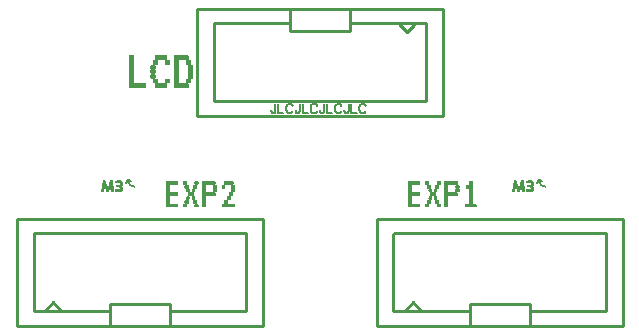
<source format=gto>
G04 Layer: TopSilkLayer*
G04 EasyEDA v6.3.53, 2020-06-10T14:59:09+08:00*
G04 3b83d2e84b6f494eacd4771d3d7b0d36,fed530592efb474aaabf7115e2e2b964,10*
G04 Gerber Generator version 0.2*
G04 Scale: 100 percent, Rotated: No, Reflected: No *
G04 Dimensions in millimeters *
G04 leading zeros omitted , absolute positions ,3 integer and 3 decimal *
%FSLAX33Y33*%
%MOMM*%
G90*
G71D02*

%ADD10C,0.254000*%
%ADD16C,0.200000*%
%ADD17C,0.203200*%

%LPD*%
G54D16*
G01X43040Y11344D02*
G01X42860Y11104D01*
G01X43040Y11344D02*
G01X43320Y11244D01*
G01X8240Y11344D02*
G01X8060Y11104D01*
G01X8240Y11344D02*
G01X8520Y11244D01*
G54D10*
G01X32479Y24494D02*
G01X31844Y23859D01*
G01X31158Y24545D01*
G01X31158Y24571D01*
G01X33512Y18017D02*
G01X15495Y18017D01*
G01X34890Y25815D02*
G01X14092Y25815D01*
G01X33520Y24596D02*
G01X33520Y18026D01*
G01X34943Y25798D02*
G01X34943Y16798D01*
G01X34915Y16798D02*
G01X14092Y16798D01*
G01X15495Y18026D02*
G01X15495Y24596D01*
G01X14092Y16798D02*
G01X14092Y25798D01*
G01X15495Y24596D02*
G01X19423Y24596D01*
G01X27033Y25815D02*
G01X27033Y23986D01*
G01X21963Y23986D01*
G01X21963Y25815D01*
G01X19423Y24596D02*
G01X21963Y24596D01*
G01X33520Y24596D02*
G01X27033Y24596D01*
G01X31768Y340D02*
G01X32403Y975D01*
G01X33089Y289D01*
G01X33089Y263D01*
G01X30735Y6817D02*
G01X48751Y6817D01*
G01X29357Y-980D02*
G01X50154Y-980D01*
G01X30726Y238D02*
G01X30726Y6808D01*
G01X29304Y-963D02*
G01X29304Y8036D01*
G01X29332Y8036D02*
G01X50154Y8036D01*
G01X48751Y6808D02*
G01X48751Y238D01*
G01X50155Y8036D02*
G01X50154Y-963D01*
G01X48751Y238D02*
G01X44823Y238D01*
G01X37214Y-980D02*
G01X37214Y848D01*
G01X42283Y848D01*
G01X42283Y-980D01*
G01X44823Y238D02*
G01X42283Y238D01*
G01X30726Y238D02*
G01X37214Y238D01*
G01X1298Y340D02*
G01X1933Y975D01*
G01X2619Y289D01*
G01X2619Y263D01*
G01X265Y6817D02*
G01X18282Y6817D01*
G01X-1112Y-980D02*
G01X19685Y-980D01*
G01X256Y238D02*
G01X256Y6808D01*
G01X-1165Y-963D02*
G01X-1165Y8036D01*
G01X-1137Y8036D02*
G01X19685Y8036D01*
G01X18282Y6808D02*
G01X18282Y238D01*
G01X19685Y8036D02*
G01X19685Y-963D01*
G01X18282Y238D02*
G01X14353Y238D01*
G01X6744Y-980D02*
G01X6744Y848D01*
G01X11813Y848D01*
G01X11813Y-980D01*
G01X14353Y238D02*
G01X11813Y238D01*
G01X256Y238D02*
G01X6744Y238D01*

%LPD*%
G36*
G01X6335Y11309D02*
G01X6099Y11309D01*
G01X5984Y10343D01*
G01X6228Y10343D01*
G01X6289Y10854D01*
G01X6414Y10343D01*
G01X6650Y10343D01*
G01X6777Y10864D01*
G01X6840Y10343D01*
G01X7084Y10343D01*
G01X6967Y11309D01*
G01X6734Y11309D01*
G01X6535Y10630D01*
G01X6335Y11309D01*
G37*

%LPD*%
G36*
G01X7554Y11316D02*
G01X7511Y11317D01*
G01X7467Y11316D01*
G01X7423Y11313D01*
G01X7379Y11309D01*
G01X7333Y11304D01*
G01X7286Y11297D01*
G01X7237Y11289D01*
G01X7186Y11281D01*
G01X7186Y11077D01*
G01X7484Y11077D01*
G01X7510Y11074D01*
G01X7531Y11069D01*
G01X7546Y11062D01*
G01X7559Y11054D01*
G01X7568Y11041D01*
G01X7573Y11027D01*
G01X7574Y11009D01*
G01X7574Y10996D01*
G01X7573Y10983D01*
G01X7568Y10972D01*
G01X7560Y10963D01*
G01X7549Y10956D01*
G01X7536Y10950D01*
G01X7518Y10945D01*
G01X7498Y10942D01*
G01X7473Y10940D01*
G01X7252Y10925D01*
G01X7252Y10732D01*
G01X7483Y10719D01*
G01X7528Y10714D01*
G01X7559Y10702D01*
G01X7578Y10681D01*
G01X7584Y10653D01*
G01X7584Y10628D01*
G01X7583Y10614D01*
G01X7578Y10602D01*
G01X7569Y10592D01*
G01X7557Y10585D01*
G01X7541Y10581D01*
G01X7519Y10577D01*
G01X7491Y10576D01*
G01X7457Y10575D01*
G01X7173Y10575D01*
G01X7173Y10371D01*
G01X7263Y10356D01*
G01X7357Y10345D01*
G01X7454Y10338D01*
G01X7557Y10336D01*
G01X7619Y10340D01*
G01X7674Y10352D01*
G01X7722Y10372D01*
G01X7762Y10399D01*
G01X7795Y10435D01*
G01X7818Y10476D01*
G01X7831Y10525D01*
G01X7836Y10580D01*
G01X7836Y10615D01*
G01X7834Y10654D01*
G01X7828Y10690D01*
G01X7819Y10723D01*
G01X7805Y10752D01*
G01X7789Y10778D01*
G01X7767Y10800D01*
G01X7743Y10816D01*
G01X7714Y10829D01*
G01X7741Y10840D01*
G01X7764Y10855D01*
G01X7783Y10872D01*
G01X7798Y10892D01*
G01X7809Y10916D01*
G01X7817Y10944D01*
G01X7822Y10974D01*
G01X7823Y11006D01*
G01X7823Y11072D01*
G01X7819Y11130D01*
G01X7805Y11179D01*
G01X7784Y11221D01*
G01X7752Y11255D01*
G01X7714Y11281D01*
G01X7668Y11300D01*
G01X7615Y11312D01*
G01X7554Y11316D01*
G37*

%LPD*%

%LPD*%
G36*
G01X41135Y11309D02*
G01X40899Y11309D01*
G01X40784Y10343D01*
G01X41028Y10343D01*
G01X41089Y10854D01*
G01X41214Y10343D01*
G01X41450Y10343D01*
G01X41577Y10864D01*
G01X41640Y10343D01*
G01X41884Y10343D01*
G01X41767Y11309D01*
G01X41534Y11309D01*
G01X41335Y10630D01*
G01X41135Y11309D01*
G37*

%LPD*%
G36*
G01X42354Y11316D02*
G01X42311Y11317D01*
G01X42267Y11316D01*
G01X42223Y11313D01*
G01X42179Y11309D01*
G01X42134Y11304D01*
G01X42086Y11297D01*
G01X42037Y11289D01*
G01X41986Y11281D01*
G01X41986Y11077D01*
G01X42284Y11077D01*
G01X42310Y11074D01*
G01X42331Y11069D01*
G01X42346Y11062D01*
G01X42359Y11054D01*
G01X42368Y11041D01*
G01X42373Y11027D01*
G01X42374Y11009D01*
G01X42374Y10996D01*
G01X42373Y10983D01*
G01X42368Y10972D01*
G01X42360Y10963D01*
G01X42349Y10956D01*
G01X42336Y10950D01*
G01X42318Y10945D01*
G01X42298Y10942D01*
G01X42273Y10940D01*
G01X42052Y10925D01*
G01X42052Y10732D01*
G01X42283Y10719D01*
G01X42328Y10714D01*
G01X42359Y10702D01*
G01X42378Y10681D01*
G01X42384Y10653D01*
G01X42384Y10628D01*
G01X42383Y10614D01*
G01X42378Y10602D01*
G01X42369Y10592D01*
G01X42357Y10585D01*
G01X42341Y10581D01*
G01X42319Y10577D01*
G01X42292Y10576D01*
G01X42257Y10575D01*
G01X41973Y10575D01*
G01X41973Y10371D01*
G01X42063Y10356D01*
G01X42157Y10345D01*
G01X42254Y10338D01*
G01X42357Y10336D01*
G01X42419Y10340D01*
G01X42474Y10352D01*
G01X42522Y10372D01*
G01X42562Y10399D01*
G01X42595Y10435D01*
G01X42618Y10476D01*
G01X42631Y10525D01*
G01X42636Y10580D01*
G01X42636Y10615D01*
G01X42634Y10654D01*
G01X42628Y10690D01*
G01X42619Y10723D01*
G01X42605Y10752D01*
G01X42589Y10778D01*
G01X42567Y10800D01*
G01X42543Y10816D01*
G01X42514Y10829D01*
G01X42541Y10840D01*
G01X42564Y10855D01*
G01X42583Y10872D01*
G01X42598Y10892D01*
G01X42609Y10916D01*
G01X42617Y10944D01*
G01X42622Y10974D01*
G01X42623Y11006D01*
G01X42623Y11072D01*
G01X42619Y11130D01*
G01X42605Y11179D01*
G01X42584Y11221D01*
G01X42552Y11255D01*
G01X42514Y11281D01*
G01X42468Y11300D01*
G01X42415Y11312D01*
G01X42354Y11316D01*
G37*

%LPD*%
G54D17*
G01X20738Y17771D02*
G01X20738Y17189D01*
G01X20700Y17080D01*
G01X20664Y17044D01*
G01X20591Y17009D01*
G01X20520Y17009D01*
G01X20446Y17044D01*
G01X20410Y17080D01*
G01X20375Y17189D01*
G01X20375Y17263D01*
G01X20977Y17771D02*
G01X20977Y17009D01*
G01X20977Y17009D02*
G01X21414Y17009D01*
G01X22199Y17590D02*
G01X22163Y17661D01*
G01X22089Y17735D01*
G01X22018Y17771D01*
G01X21871Y17771D01*
G01X21800Y17735D01*
G01X21726Y17661D01*
G01X21691Y17590D01*
G01X21653Y17481D01*
G01X21653Y17298D01*
G01X21691Y17189D01*
G01X21726Y17118D01*
G01X21800Y17044D01*
G01X21871Y17009D01*
G01X22018Y17009D01*
G01X22089Y17044D01*
G01X22163Y17118D01*
G01X22199Y17189D01*
G01X22803Y17771D02*
G01X22803Y17189D01*
G01X22768Y17080D01*
G01X22729Y17044D01*
G01X22658Y17009D01*
G01X22585Y17009D01*
G01X22511Y17044D01*
G01X22475Y17080D01*
G01X22440Y17189D01*
G01X22440Y17263D01*
G01X23042Y17771D02*
G01X23042Y17009D01*
G01X23042Y17009D02*
G01X23479Y17009D01*
G01X24264Y17590D02*
G01X24228Y17661D01*
G01X24154Y17735D01*
G01X24083Y17771D01*
G01X23939Y17771D01*
G01X23865Y17735D01*
G01X23791Y17661D01*
G01X23756Y17590D01*
G01X23720Y17481D01*
G01X23720Y17298D01*
G01X23756Y17189D01*
G01X23791Y17118D01*
G01X23865Y17044D01*
G01X23939Y17009D01*
G01X24083Y17009D01*
G01X24154Y17044D01*
G01X24228Y17118D01*
G01X24264Y17189D01*
G01X24868Y17771D02*
G01X24868Y17189D01*
G01X24833Y17080D01*
G01X24794Y17044D01*
G01X24723Y17009D01*
G01X24650Y17009D01*
G01X24576Y17044D01*
G01X24540Y17080D01*
G01X24505Y17189D01*
G01X24505Y17263D01*
G01X25107Y17771D02*
G01X25107Y17009D01*
G01X25107Y17009D02*
G01X25544Y17009D01*
G01X26331Y17590D02*
G01X26293Y17661D01*
G01X26222Y17735D01*
G01X26148Y17771D01*
G01X26004Y17771D01*
G01X25930Y17735D01*
G01X25856Y17661D01*
G01X25821Y17590D01*
G01X25785Y17481D01*
G01X25785Y17298D01*
G01X25821Y17189D01*
G01X25856Y17118D01*
G01X25930Y17044D01*
G01X26004Y17009D01*
G01X26148Y17009D01*
G01X26222Y17044D01*
G01X26293Y17118D01*
G01X26331Y17189D01*
G01X26933Y17771D02*
G01X26933Y17189D01*
G01X26898Y17080D01*
G01X26862Y17044D01*
G01X26788Y17009D01*
G01X26715Y17009D01*
G01X26644Y17044D01*
G01X26606Y17080D01*
G01X26570Y17189D01*
G01X26570Y17263D01*
G01X27174Y17771D02*
G01X27174Y17009D01*
G01X27174Y17009D02*
G01X27609Y17009D01*
G01X28396Y17590D02*
G01X28358Y17661D01*
G01X28287Y17735D01*
G01X28213Y17771D01*
G01X28069Y17771D01*
G01X27995Y17735D01*
G01X27924Y17661D01*
G01X27886Y17590D01*
G01X27850Y17481D01*
G01X27850Y17298D01*
G01X27886Y17189D01*
G01X27924Y17118D01*
G01X27995Y17044D01*
G01X28069Y17009D01*
G01X28213Y17009D01*
G01X28287Y17044D01*
G01X28358Y17118D01*
G01X28396Y17189D01*

%LPD*%
G36*
G01X37433Y11255D02*
G01X37113Y11255D01*
G01X37106Y11221D01*
G01X37102Y11183D01*
G01X37099Y11141D01*
G01X37098Y11095D01*
G01X37099Y11051D01*
G01X37102Y11009D01*
G01X37106Y10971D01*
G01X37113Y10935D01*
G01X36874Y10935D01*
G01X36867Y10901D01*
G01X36861Y10863D01*
G01X36858Y10821D01*
G01X36856Y10775D01*
G01X36858Y10730D01*
G01X36861Y10689D01*
G01X36867Y10651D01*
G01X36874Y10615D01*
G01X37113Y10615D01*
G01X37106Y10581D01*
G01X37102Y10543D01*
G01X37099Y10501D01*
G01X37098Y10455D01*
G01X37099Y10410D01*
G01X37102Y10369D01*
G01X37106Y10331D01*
G01X37113Y10295D01*
G01X37106Y10261D01*
G01X37102Y10223D01*
G01X37099Y10181D01*
G01X37098Y10135D01*
G01X37099Y10090D01*
G01X37102Y10049D01*
G01X37106Y10011D01*
G01X37113Y9975D01*
G01X37106Y9941D01*
G01X37102Y9903D01*
G01X37099Y9861D01*
G01X37098Y9815D01*
G01X37099Y9770D01*
G01X37102Y9729D01*
G01X37106Y9691D01*
G01X37113Y9655D01*
G01X37106Y9621D01*
G01X37102Y9583D01*
G01X37099Y9541D01*
G01X37098Y9495D01*
G01X37099Y9450D01*
G01X37102Y9409D01*
G01X37106Y9371D01*
G01X37113Y9335D01*
G01X36793Y9335D01*
G01X36786Y9301D01*
G01X36782Y9263D01*
G01X36779Y9221D01*
G01X36778Y9175D01*
G01X36779Y9130D01*
G01X36782Y9089D01*
G01X36786Y9051D01*
G01X36793Y9015D01*
G01X37753Y9015D01*
G01X37760Y9051D01*
G01X37765Y9089D01*
G01X37768Y9130D01*
G01X37768Y9221D01*
G01X37765Y9263D01*
G01X37760Y9301D01*
G01X37753Y9335D01*
G01X37433Y9335D01*
G01X37440Y9371D01*
G01X37445Y9409D01*
G01X37448Y9450D01*
G01X37448Y9541D01*
G01X37445Y9583D01*
G01X37440Y9621D01*
G01X37433Y9655D01*
G01X37440Y9691D01*
G01X37445Y9729D01*
G01X37448Y9770D01*
G01X37448Y9861D01*
G01X37445Y9903D01*
G01X37440Y9941D01*
G01X37433Y9975D01*
G01X37440Y10011D01*
G01X37445Y10049D01*
G01X37448Y10090D01*
G01X37448Y10181D01*
G01X37445Y10223D01*
G01X37440Y10261D01*
G01X37433Y10295D01*
G01X37440Y10331D01*
G01X37445Y10369D01*
G01X37448Y10410D01*
G01X37448Y10501D01*
G01X37445Y10543D01*
G01X37440Y10581D01*
G01X37433Y10615D01*
G01X37440Y10651D01*
G01X37445Y10689D01*
G01X37448Y10730D01*
G01X37448Y10821D01*
G01X37445Y10863D01*
G01X37440Y10901D01*
G01X37433Y10935D01*
G01X37440Y10971D01*
G01X37445Y11009D01*
G01X37448Y11051D01*
G01X37448Y11141D01*
G01X37445Y11183D01*
G01X37440Y11221D01*
G01X37433Y11255D01*
G37*

%LPD*%
G36*
G01X36153Y11255D02*
G01X35033Y11255D01*
G01X35026Y11221D01*
G01X35022Y11183D01*
G01X35018Y11141D01*
G01X35017Y11095D01*
G01X35018Y11051D01*
G01X35022Y11009D01*
G01X35026Y10971D01*
G01X35033Y10935D01*
G01X35026Y10901D01*
G01X35022Y10863D01*
G01X35018Y10821D01*
G01X35017Y10775D01*
G01X35018Y10730D01*
G01X35022Y10689D01*
G01X35026Y10651D01*
G01X35033Y10615D01*
G01X35026Y10581D01*
G01X35022Y10543D01*
G01X35018Y10501D01*
G01X35017Y10455D01*
G01X35018Y10410D01*
G01X35022Y10369D01*
G01X35026Y10331D01*
G01X35033Y10295D01*
G01X35026Y10261D01*
G01X35022Y10223D01*
G01X35018Y10181D01*
G01X35017Y10135D01*
G01X35018Y10090D01*
G01X35022Y10049D01*
G01X35026Y10011D01*
G01X35033Y9975D01*
G01X35026Y9941D01*
G01X35022Y9903D01*
G01X35018Y9861D01*
G01X35017Y9815D01*
G01X35018Y9770D01*
G01X35022Y9729D01*
G01X35026Y9691D01*
G01X35033Y9655D01*
G01X35026Y9621D01*
G01X35022Y9583D01*
G01X35018Y9541D01*
G01X35017Y9495D01*
G01X35018Y9450D01*
G01X35022Y9409D01*
G01X35026Y9371D01*
G01X35033Y9335D01*
G01X35026Y9301D01*
G01X35022Y9263D01*
G01X35018Y9221D01*
G01X35017Y9175D01*
G01X35018Y9130D01*
G01X35022Y9089D01*
G01X35026Y9051D01*
G01X35033Y9015D01*
G01X35353Y9015D01*
G01X35361Y9051D01*
G01X35366Y9089D01*
G01X35370Y9130D01*
G01X35371Y9175D01*
G01X35370Y9221D01*
G01X35366Y9263D01*
G01X35361Y9301D01*
G01X35353Y9335D01*
G01X35361Y9371D01*
G01X35366Y9409D01*
G01X35370Y9450D01*
G01X35371Y9495D01*
G01X35370Y9541D01*
G01X35366Y9583D01*
G01X35361Y9621D01*
G01X35353Y9655D01*
G01X35361Y9691D01*
G01X35366Y9729D01*
G01X35370Y9770D01*
G01X35371Y9815D01*
G01X35370Y9861D01*
G01X35366Y9903D01*
G01X35361Y9941D01*
G01X35353Y9975D01*
G01X36153Y9975D01*
G01X36160Y10011D01*
G01X36165Y10049D01*
G01X36168Y10090D01*
G01X36168Y10181D01*
G01X36165Y10223D01*
G01X36160Y10261D01*
G01X36153Y10295D01*
G01X36313Y10295D01*
G01X36320Y10331D01*
G01X36325Y10369D01*
G01X36328Y10410D01*
G01X36328Y10501D01*
G01X36325Y10543D01*
G01X36320Y10581D01*
G01X36313Y10615D01*
G01X36320Y10651D01*
G01X36325Y10689D01*
G01X36328Y10730D01*
G01X36328Y10821D01*
G01X36325Y10863D01*
G01X36320Y10901D01*
G01X36313Y10935D01*
G01X36153Y10935D01*
G01X36160Y10971D01*
G01X36165Y11009D01*
G01X36168Y11051D01*
G01X36168Y11141D01*
G01X36165Y11183D01*
G01X36160Y11221D01*
G01X36153Y11255D01*
G37*

%LPC*%
G36*
G01X35993Y10935D02*
G01X35353Y10935D01*
G01X35361Y10901D01*
G01X35366Y10863D01*
G01X35370Y10821D01*
G01X35371Y10775D01*
G01X35370Y10730D01*
G01X35366Y10689D01*
G01X35361Y10651D01*
G01X35353Y10615D01*
G01X35361Y10581D01*
G01X35366Y10543D01*
G01X35370Y10501D01*
G01X35371Y10455D01*
G01X35370Y10410D01*
G01X35366Y10369D01*
G01X35361Y10331D01*
G01X35353Y10295D01*
G01X35993Y10295D01*
G01X35986Y10331D01*
G01X35982Y10369D01*
G01X35979Y10410D01*
G01X35978Y10455D01*
G01X35979Y10501D01*
G01X35982Y10543D01*
G01X35986Y10581D01*
G01X35993Y10615D01*
G01X35986Y10651D01*
G01X35982Y10689D01*
G01X35979Y10730D01*
G01X35978Y10775D01*
G01X35979Y10821D01*
G01X35982Y10863D01*
G01X35986Y10901D01*
G01X35993Y10935D01*
G37*

%LPD*%
G36*
G01X33753Y11255D02*
G01X33433Y11255D01*
G01X33426Y11221D01*
G01X33421Y11183D01*
G01X33418Y11141D01*
G01X33417Y11095D01*
G01X33418Y11051D01*
G01X33421Y11009D01*
G01X33426Y10971D01*
G01X33433Y10935D01*
G01X33554Y10935D01*
G01X33547Y10901D01*
G01X33541Y10863D01*
G01X33538Y10821D01*
G01X33537Y10775D01*
G01X33538Y10730D01*
G01X33541Y10689D01*
G01X33547Y10651D01*
G01X33554Y10615D01*
G01X33714Y10615D01*
G01X33707Y10581D01*
G01X33701Y10543D01*
G01X33698Y10501D01*
G01X33697Y10455D01*
G01X33698Y10410D01*
G01X33701Y10369D01*
G01X33707Y10331D01*
G01X33714Y10295D01*
G01X33834Y10295D01*
G01X33827Y10261D01*
G01X33823Y10223D01*
G01X33820Y10181D01*
G01X33819Y10135D01*
G01X33820Y10090D01*
G01X33823Y10049D01*
G01X33827Y10011D01*
G01X33834Y9975D01*
G01X33714Y9975D01*
G01X33707Y9941D01*
G01X33701Y9903D01*
G01X33698Y9861D01*
G01X33697Y9815D01*
G01X33698Y9770D01*
G01X33701Y9729D01*
G01X33707Y9691D01*
G01X33714Y9655D01*
G01X33554Y9655D01*
G01X33547Y9621D01*
G01X33541Y9583D01*
G01X33538Y9541D01*
G01X33537Y9495D01*
G01X33538Y9450D01*
G01X33541Y9409D01*
G01X33547Y9371D01*
G01X33554Y9335D01*
G01X33433Y9335D01*
G01X33426Y9301D01*
G01X33421Y9263D01*
G01X33418Y9221D01*
G01X33417Y9175D01*
G01X33418Y9130D01*
G01X33421Y9089D01*
G01X33426Y9051D01*
G01X33433Y9015D01*
G01X33753Y9015D01*
G01X33761Y9051D01*
G01X33766Y9089D01*
G01X33769Y9130D01*
G01X33770Y9175D01*
G01X33769Y9221D01*
G01X33766Y9263D01*
G01X33761Y9301D01*
G01X33753Y9335D01*
G01X33874Y9335D01*
G01X33882Y9371D01*
G01X33886Y9409D01*
G01X33889Y9450D01*
G01X33890Y9495D01*
G01X33889Y9541D01*
G01X33886Y9583D01*
G01X33882Y9621D01*
G01X33874Y9655D01*
G01X33953Y9655D01*
G01X33960Y9691D01*
G01X33965Y9729D01*
G01X33968Y9770D01*
G01X33968Y9861D01*
G01X33965Y9903D01*
G01X33960Y9941D01*
G01X33953Y9975D01*
G01X34195Y9975D01*
G01X34187Y9941D01*
G01X34181Y9903D01*
G01X34178Y9861D01*
G01X34177Y9815D01*
G01X34178Y9770D01*
G01X34181Y9729D01*
G01X34187Y9691D01*
G01X34195Y9655D01*
G01X34273Y9655D01*
G01X34267Y9621D01*
G01X34262Y9583D01*
G01X34259Y9541D01*
G01X34258Y9495D01*
G01X34259Y9450D01*
G01X34262Y9409D01*
G01X34267Y9371D01*
G01X34273Y9335D01*
G01X34393Y9335D01*
G01X34386Y9301D01*
G01X34381Y9263D01*
G01X34378Y9221D01*
G01X34377Y9175D01*
G01X34378Y9130D01*
G01X34381Y9089D01*
G01X34386Y9051D01*
G01X34393Y9015D01*
G01X34713Y9015D01*
G01X34721Y9051D01*
G01X34726Y9089D01*
G01X34729Y9130D01*
G01X34730Y9175D01*
G01X34729Y9221D01*
G01X34726Y9263D01*
G01X34721Y9301D01*
G01X34713Y9335D01*
G01X34593Y9335D01*
G01X34600Y9371D01*
G01X34605Y9409D01*
G01X34608Y9450D01*
G01X34609Y9495D01*
G01X34608Y9541D01*
G01X34605Y9583D01*
G01X34600Y9621D01*
G01X34593Y9655D01*
G01X34433Y9655D01*
G01X34440Y9691D01*
G01X34445Y9729D01*
G01X34448Y9770D01*
G01X34449Y9815D01*
G01X34448Y9861D01*
G01X34445Y9903D01*
G01X34440Y9941D01*
G01X34433Y9975D01*
G01X34314Y9975D01*
G01X34321Y10011D01*
G01X34326Y10049D01*
G01X34329Y10090D01*
G01X34329Y10181D01*
G01X34326Y10223D01*
G01X34321Y10261D01*
G01X34314Y10295D01*
G01X34433Y10295D01*
G01X34440Y10331D01*
G01X34445Y10369D01*
G01X34448Y10410D01*
G01X34449Y10455D01*
G01X34448Y10501D01*
G01X34445Y10543D01*
G01X34440Y10581D01*
G01X34433Y10615D01*
G01X34593Y10615D01*
G01X34600Y10651D01*
G01X34605Y10689D01*
G01X34608Y10730D01*
G01X34609Y10775D01*
G01X34608Y10821D01*
G01X34605Y10863D01*
G01X34600Y10901D01*
G01X34593Y10935D01*
G01X34713Y10935D01*
G01X34721Y10971D01*
G01X34726Y11009D01*
G01X34729Y11051D01*
G01X34730Y11095D01*
G01X34729Y11141D01*
G01X34726Y11183D01*
G01X34721Y11221D01*
G01X34713Y11255D01*
G01X34393Y11255D01*
G01X34386Y11221D01*
G01X34381Y11183D01*
G01X34378Y11141D01*
G01X34377Y11095D01*
G01X34378Y11051D01*
G01X34381Y11009D01*
G01X34386Y10971D01*
G01X34393Y10935D01*
G01X34273Y10935D01*
G01X34267Y10901D01*
G01X34262Y10863D01*
G01X34259Y10821D01*
G01X34258Y10775D01*
G01X34259Y10730D01*
G01X34262Y10689D01*
G01X34267Y10651D01*
G01X34273Y10615D01*
G01X34195Y10615D01*
G01X34187Y10581D01*
G01X34181Y10543D01*
G01X34178Y10501D01*
G01X34177Y10455D01*
G01X34178Y10410D01*
G01X34181Y10369D01*
G01X34187Y10331D01*
G01X34195Y10295D01*
G01X33953Y10295D01*
G01X33960Y10331D01*
G01X33965Y10369D01*
G01X33968Y10410D01*
G01X33968Y10501D01*
G01X33965Y10543D01*
G01X33960Y10581D01*
G01X33953Y10615D01*
G01X33874Y10615D01*
G01X33882Y10651D01*
G01X33886Y10689D01*
G01X33889Y10730D01*
G01X33890Y10775D01*
G01X33889Y10821D01*
G01X33886Y10863D01*
G01X33882Y10901D01*
G01X33874Y10935D01*
G01X33753Y10935D01*
G01X33761Y10971D01*
G01X33766Y11009D01*
G01X33769Y11051D01*
G01X33770Y11095D01*
G01X33769Y11141D01*
G01X33766Y11183D01*
G01X33761Y11221D01*
G01X33753Y11255D01*
G37*

%LPD*%
G36*
G01X32952Y11255D02*
G01X31992Y11255D01*
G01X31986Y11221D01*
G01X31981Y11183D01*
G01X31978Y11141D01*
G01X31977Y11095D01*
G01X31978Y11051D01*
G01X31981Y11009D01*
G01X31986Y10971D01*
G01X31992Y10935D01*
G01X31986Y10901D01*
G01X31981Y10863D01*
G01X31978Y10821D01*
G01X31977Y10775D01*
G01X31978Y10730D01*
G01X31981Y10689D01*
G01X31986Y10651D01*
G01X31992Y10615D01*
G01X31986Y10581D01*
G01X31981Y10543D01*
G01X31978Y10501D01*
G01X31977Y10455D01*
G01X31978Y10410D01*
G01X31981Y10369D01*
G01X31986Y10331D01*
G01X31992Y10295D01*
G01X31986Y10261D01*
G01X31981Y10223D01*
G01X31978Y10181D01*
G01X31977Y10135D01*
G01X31978Y10090D01*
G01X31981Y10049D01*
G01X31986Y10011D01*
G01X31992Y9975D01*
G01X31986Y9941D01*
G01X31981Y9903D01*
G01X31978Y9861D01*
G01X31977Y9815D01*
G01X31978Y9770D01*
G01X31981Y9729D01*
G01X31986Y9691D01*
G01X31992Y9655D01*
G01X31986Y9621D01*
G01X31981Y9583D01*
G01X31978Y9541D01*
G01X31977Y9495D01*
G01X31978Y9450D01*
G01X31981Y9409D01*
G01X31986Y9371D01*
G01X31992Y9335D01*
G01X31986Y9301D01*
G01X31981Y9263D01*
G01X31978Y9221D01*
G01X31977Y9175D01*
G01X31978Y9130D01*
G01X31981Y9089D01*
G01X31986Y9051D01*
G01X31992Y9015D01*
G01X32952Y9015D01*
G01X32961Y9051D01*
G01X32966Y9089D01*
G01X32969Y9130D01*
G01X32970Y9175D01*
G01X32969Y9221D01*
G01X32966Y9263D01*
G01X32961Y9301D01*
G01X32952Y9335D01*
G01X32312Y9335D01*
G01X32320Y9371D01*
G01X32326Y9409D01*
G01X32329Y9450D01*
G01X32330Y9495D01*
G01X32329Y9541D01*
G01X32326Y9583D01*
G01X32320Y9621D01*
G01X32312Y9655D01*
G01X32320Y9691D01*
G01X32326Y9729D01*
G01X32329Y9770D01*
G01X32330Y9815D01*
G01X32329Y9861D01*
G01X32326Y9903D01*
G01X32320Y9941D01*
G01X32312Y9975D01*
G01X32952Y9975D01*
G01X32961Y10011D01*
G01X32966Y10049D01*
G01X32969Y10090D01*
G01X32970Y10135D01*
G01X32969Y10181D01*
G01X32966Y10223D01*
G01X32961Y10261D01*
G01X32952Y10295D01*
G01X32312Y10295D01*
G01X32320Y10331D01*
G01X32326Y10369D01*
G01X32329Y10410D01*
G01X32330Y10455D01*
G01X32329Y10501D01*
G01X32326Y10543D01*
G01X32320Y10581D01*
G01X32312Y10615D01*
G01X32320Y10651D01*
G01X32326Y10689D01*
G01X32329Y10730D01*
G01X32330Y10775D01*
G01X32329Y10821D01*
G01X32326Y10863D01*
G01X32320Y10901D01*
G01X32312Y10935D01*
G01X32952Y10935D01*
G01X32961Y10971D01*
G01X32966Y11009D01*
G01X32969Y11051D01*
G01X32970Y11095D01*
G01X32969Y11141D01*
G01X32966Y11183D01*
G01X32961Y11221D01*
G01X32952Y11255D01*
G37*

%LPD*%

%LPD*%
G36*
G01X17172Y11255D02*
G01X16372Y11255D01*
G01X16366Y11221D01*
G01X16361Y11183D01*
G01X16358Y11141D01*
G01X16357Y11095D01*
G01X16358Y11051D01*
G01X16361Y11009D01*
G01X16366Y10971D01*
G01X16372Y10935D01*
G01X16212Y10935D01*
G01X16206Y10901D01*
G01X16201Y10863D01*
G01X16198Y10821D01*
G01X16197Y10775D01*
G01X16198Y10730D01*
G01X16201Y10689D01*
G01X16206Y10651D01*
G01X16212Y10615D01*
G01X16454Y10615D01*
G01X16460Y10651D01*
G01X16465Y10689D01*
G01X16468Y10730D01*
G01X16469Y10775D01*
G01X16468Y10821D01*
G01X16465Y10863D01*
G01X16460Y10901D01*
G01X16454Y10935D01*
G01X17012Y10935D01*
G01X17006Y10901D01*
G01X17001Y10863D01*
G01X16998Y10821D01*
G01X16997Y10775D01*
G01X16998Y10730D01*
G01X17001Y10689D01*
G01X17006Y10651D01*
G01X17012Y10615D01*
G01X17006Y10581D01*
G01X17001Y10543D01*
G01X16998Y10501D01*
G01X16997Y10455D01*
G01X16998Y10410D01*
G01X17001Y10369D01*
G01X17006Y10331D01*
G01X17012Y10295D01*
G01X16814Y10295D01*
G01X16807Y10261D01*
G01X16801Y10223D01*
G01X16798Y10181D01*
G01X16797Y10135D01*
G01X16798Y10090D01*
G01X16801Y10049D01*
G01X16807Y10011D01*
G01X16814Y9975D01*
G01X16614Y9975D01*
G01X16607Y9941D01*
G01X16602Y9903D01*
G01X16599Y9861D01*
G01X16598Y9815D01*
G01X16599Y9770D01*
G01X16602Y9729D01*
G01X16607Y9691D01*
G01X16614Y9655D01*
G01X16413Y9655D01*
G01X16406Y9621D01*
G01X16402Y9583D01*
G01X16399Y9541D01*
G01X16398Y9495D01*
G01X16399Y9450D01*
G01X16402Y9409D01*
G01X16406Y9371D01*
G01X16413Y9335D01*
G01X16212Y9335D01*
G01X16206Y9301D01*
G01X16201Y9263D01*
G01X16198Y9221D01*
G01X16197Y9175D01*
G01X16198Y9130D01*
G01X16201Y9089D01*
G01X16206Y9051D01*
G01X16212Y9015D01*
G01X17332Y9015D01*
G01X17340Y9051D01*
G01X17346Y9089D01*
G01X17349Y9130D01*
G01X17350Y9175D01*
G01X17349Y9221D01*
G01X17346Y9263D01*
G01X17340Y9301D01*
G01X17332Y9335D01*
G01X16733Y9335D01*
G01X16740Y9371D01*
G01X16745Y9409D01*
G01X16747Y9450D01*
G01X16748Y9495D01*
G01X16747Y9541D01*
G01X16744Y9583D01*
G01X16740Y9621D01*
G01X16733Y9655D01*
G01X16934Y9655D01*
G01X16940Y9691D01*
G01X16945Y9729D01*
G01X16948Y9770D01*
G01X16949Y9815D01*
G01X16948Y9861D01*
G01X16945Y9903D01*
G01X16940Y9941D01*
G01X16934Y9975D01*
G01X17134Y9975D01*
G01X17141Y10011D01*
G01X17146Y10049D01*
G01X17149Y10090D01*
G01X17150Y10135D01*
G01X17149Y10181D01*
G01X17146Y10223D01*
G01X17141Y10261D01*
G01X17134Y10295D01*
G01X17332Y10295D01*
G01X17340Y10331D01*
G01X17346Y10369D01*
G01X17349Y10410D01*
G01X17350Y10455D01*
G01X17349Y10501D01*
G01X17346Y10543D01*
G01X17340Y10581D01*
G01X17332Y10615D01*
G01X17340Y10651D01*
G01X17346Y10689D01*
G01X17349Y10730D01*
G01X17350Y10775D01*
G01X17349Y10821D01*
G01X17346Y10863D01*
G01X17340Y10901D01*
G01X17332Y10935D01*
G01X17172Y10935D01*
G01X17180Y10971D01*
G01X17186Y11009D01*
G01X17189Y11051D01*
G01X17190Y11095D01*
G01X17189Y11141D01*
G01X17186Y11183D01*
G01X17180Y11221D01*
G01X17172Y11255D01*
G37*

%LPD*%
G36*
G01X15654Y11255D02*
G01X14533Y11255D01*
G01X14527Y11221D01*
G01X14522Y11183D01*
G01X14519Y11141D01*
G01X14518Y11095D01*
G01X14519Y11051D01*
G01X14522Y11009D01*
G01X14527Y10971D01*
G01X14533Y10935D01*
G01X14527Y10901D01*
G01X14522Y10863D01*
G01X14519Y10821D01*
G01X14518Y10775D01*
G01X14519Y10730D01*
G01X14522Y10689D01*
G01X14527Y10651D01*
G01X14533Y10615D01*
G01X14527Y10581D01*
G01X14522Y10543D01*
G01X14519Y10501D01*
G01X14518Y10455D01*
G01X14519Y10410D01*
G01X14522Y10369D01*
G01X14527Y10331D01*
G01X14533Y10295D01*
G01X14527Y10261D01*
G01X14522Y10223D01*
G01X14519Y10181D01*
G01X14518Y10135D01*
G01X14519Y10090D01*
G01X14522Y10049D01*
G01X14527Y10011D01*
G01X14533Y9975D01*
G01X14527Y9941D01*
G01X14522Y9903D01*
G01X14519Y9861D01*
G01X14518Y9815D01*
G01X14519Y9770D01*
G01X14522Y9729D01*
G01X14527Y9691D01*
G01X14533Y9655D01*
G01X14527Y9621D01*
G01X14522Y9583D01*
G01X14519Y9541D01*
G01X14518Y9495D01*
G01X14519Y9450D01*
G01X14522Y9409D01*
G01X14527Y9371D01*
G01X14533Y9335D01*
G01X14527Y9301D01*
G01X14522Y9263D01*
G01X14519Y9221D01*
G01X14518Y9175D01*
G01X14519Y9130D01*
G01X14522Y9089D01*
G01X14527Y9051D01*
G01X14533Y9015D01*
G01X14853Y9015D01*
G01X14860Y9051D01*
G01X14865Y9089D01*
G01X14868Y9130D01*
G01X14869Y9175D01*
G01X14868Y9221D01*
G01X14865Y9263D01*
G01X14860Y9301D01*
G01X14853Y9335D01*
G01X14860Y9371D01*
G01X14865Y9409D01*
G01X14868Y9450D01*
G01X14869Y9495D01*
G01X14868Y9541D01*
G01X14865Y9583D01*
G01X14860Y9621D01*
G01X14853Y9655D01*
G01X14860Y9691D01*
G01X14865Y9729D01*
G01X14868Y9770D01*
G01X14869Y9815D01*
G01X14868Y9861D01*
G01X14865Y9903D01*
G01X14860Y9941D01*
G01X14853Y9975D01*
G01X15654Y9975D01*
G01X15660Y10011D01*
G01X15665Y10049D01*
G01X15668Y10090D01*
G01X15669Y10135D01*
G01X15668Y10181D01*
G01X15665Y10223D01*
G01X15660Y10261D01*
G01X15654Y10295D01*
G01X15814Y10295D01*
G01X15820Y10331D01*
G01X15825Y10369D01*
G01X15828Y10410D01*
G01X15829Y10455D01*
G01X15828Y10501D01*
G01X15825Y10543D01*
G01X15820Y10581D01*
G01X15814Y10615D01*
G01X15820Y10651D01*
G01X15825Y10689D01*
G01X15828Y10730D01*
G01X15829Y10775D01*
G01X15828Y10821D01*
G01X15825Y10863D01*
G01X15820Y10901D01*
G01X15814Y10935D01*
G01X15654Y10935D01*
G01X15660Y10971D01*
G01X15665Y11009D01*
G01X15668Y11051D01*
G01X15669Y11095D01*
G01X15668Y11141D01*
G01X15665Y11183D01*
G01X15660Y11221D01*
G01X15654Y11255D01*
G37*

%LPC*%
G36*
G01X15494Y10935D02*
G01X14853Y10935D01*
G01X14860Y10901D01*
G01X14865Y10863D01*
G01X14868Y10821D01*
G01X14869Y10775D01*
G01X14868Y10730D01*
G01X14865Y10689D01*
G01X14860Y10651D01*
G01X14853Y10615D01*
G01X14860Y10581D01*
G01X14865Y10543D01*
G01X14868Y10501D01*
G01X14869Y10455D01*
G01X14868Y10410D01*
G01X14865Y10369D01*
G01X14860Y10331D01*
G01X14853Y10295D01*
G01X15494Y10295D01*
G01X15487Y10331D01*
G01X15482Y10369D01*
G01X15479Y10410D01*
G01X15478Y10455D01*
G01X15479Y10501D01*
G01X15482Y10543D01*
G01X15487Y10581D01*
G01X15494Y10615D01*
G01X15487Y10651D01*
G01X15482Y10689D01*
G01X15479Y10730D01*
G01X15478Y10775D01*
G01X15479Y10821D01*
G01X15482Y10863D01*
G01X15487Y10901D01*
G01X15494Y10935D01*
G37*

%LPD*%
G36*
G01X13253Y11255D02*
G01X12933Y11255D01*
G01X12927Y11221D01*
G01X12922Y11183D01*
G01X12919Y11141D01*
G01X12918Y11095D01*
G01X12919Y11051D01*
G01X12922Y11009D01*
G01X12927Y10971D01*
G01X12933Y10935D01*
G01X13053Y10935D01*
G01X13046Y10901D01*
G01X13041Y10863D01*
G01X13038Y10821D01*
G01X13037Y10775D01*
G01X13038Y10730D01*
G01X13041Y10689D01*
G01X13046Y10651D01*
G01X13053Y10615D01*
G01X13213Y10615D01*
G01X13206Y10581D01*
G01X13201Y10543D01*
G01X13198Y10501D01*
G01X13197Y10455D01*
G01X13198Y10410D01*
G01X13201Y10369D01*
G01X13206Y10331D01*
G01X13213Y10295D01*
G01X13335Y10295D01*
G01X13327Y10261D01*
G01X13321Y10223D01*
G01X13318Y10181D01*
G01X13317Y10135D01*
G01X13318Y10090D01*
G01X13321Y10049D01*
G01X13327Y10011D01*
G01X13335Y9975D01*
G01X13213Y9975D01*
G01X13206Y9941D01*
G01X13201Y9903D01*
G01X13198Y9861D01*
G01X13197Y9815D01*
G01X13198Y9770D01*
G01X13201Y9729D01*
G01X13206Y9691D01*
G01X13213Y9655D01*
G01X13053Y9655D01*
G01X13046Y9621D01*
G01X13041Y9583D01*
G01X13038Y9541D01*
G01X13037Y9495D01*
G01X13038Y9450D01*
G01X13041Y9409D01*
G01X13046Y9371D01*
G01X13053Y9335D01*
G01X12933Y9335D01*
G01X12927Y9301D01*
G01X12922Y9263D01*
G01X12919Y9221D01*
G01X12918Y9175D01*
G01X12919Y9130D01*
G01X12922Y9089D01*
G01X12927Y9051D01*
G01X12933Y9015D01*
G01X13253Y9015D01*
G01X13260Y9051D01*
G01X13265Y9089D01*
G01X13267Y9130D01*
G01X13268Y9175D01*
G01X13267Y9221D01*
G01X13265Y9263D01*
G01X13260Y9301D01*
G01X13253Y9335D01*
G01X13373Y9335D01*
G01X13380Y9371D01*
G01X13386Y9409D01*
G01X13389Y9450D01*
G01X13390Y9495D01*
G01X13389Y9541D01*
G01X13386Y9583D01*
G01X13380Y9621D01*
G01X13373Y9655D01*
G01X13454Y9655D01*
G01X13460Y9691D01*
G01X13466Y9729D01*
G01X13468Y9770D01*
G01X13469Y9815D01*
G01X13468Y9861D01*
G01X13466Y9903D01*
G01X13460Y9941D01*
G01X13454Y9975D01*
G01X13693Y9975D01*
G01X13686Y9941D01*
G01X13681Y9903D01*
G01X13678Y9861D01*
G01X13677Y9815D01*
G01X13678Y9770D01*
G01X13681Y9729D01*
G01X13686Y9691D01*
G01X13693Y9655D01*
G01X13774Y9655D01*
G01X13767Y9621D01*
G01X13763Y9583D01*
G01X13760Y9541D01*
G01X13759Y9495D01*
G01X13760Y9450D01*
G01X13763Y9409D01*
G01X13767Y9371D01*
G01X13774Y9335D01*
G01X13893Y9335D01*
G01X13887Y9301D01*
G01X13882Y9263D01*
G01X13879Y9221D01*
G01X13878Y9175D01*
G01X13879Y9130D01*
G01X13882Y9089D01*
G01X13887Y9051D01*
G01X13893Y9015D01*
G01X14213Y9015D01*
G01X14220Y9051D01*
G01X14225Y9089D01*
G01X14228Y9130D01*
G01X14229Y9175D01*
G01X14228Y9221D01*
G01X14225Y9263D01*
G01X14220Y9301D01*
G01X14213Y9335D01*
G01X14094Y9335D01*
G01X14101Y9371D01*
G01X14106Y9409D01*
G01X14108Y9450D01*
G01X14109Y9495D01*
G01X14108Y9541D01*
G01X14106Y9583D01*
G01X14101Y9621D01*
G01X14094Y9655D01*
G01X13934Y9655D01*
G01X13941Y9691D01*
G01X13946Y9729D01*
G01X13948Y9770D01*
G01X13949Y9815D01*
G01X13948Y9861D01*
G01X13946Y9903D01*
G01X13941Y9941D01*
G01X13934Y9975D01*
G01X13815Y9975D01*
G01X13821Y10011D01*
G01X13826Y10049D01*
G01X13829Y10090D01*
G01X13830Y10135D01*
G01X13829Y10181D01*
G01X13826Y10223D01*
G01X13821Y10261D01*
G01X13815Y10295D01*
G01X13934Y10295D01*
G01X13941Y10331D01*
G01X13946Y10369D01*
G01X13948Y10410D01*
G01X13949Y10455D01*
G01X13948Y10501D01*
G01X13946Y10543D01*
G01X13941Y10581D01*
G01X13934Y10615D01*
G01X14094Y10615D01*
G01X14101Y10651D01*
G01X14106Y10689D01*
G01X14108Y10730D01*
G01X14109Y10775D01*
G01X14108Y10821D01*
G01X14106Y10863D01*
G01X14101Y10901D01*
G01X14094Y10935D01*
G01X14213Y10935D01*
G01X14220Y10971D01*
G01X14225Y11009D01*
G01X14228Y11051D01*
G01X14229Y11095D01*
G01X14228Y11141D01*
G01X14225Y11183D01*
G01X14220Y11221D01*
G01X14213Y11255D01*
G01X13893Y11255D01*
G01X13887Y11221D01*
G01X13882Y11183D01*
G01X13879Y11141D01*
G01X13878Y11095D01*
G01X13879Y11051D01*
G01X13882Y11009D01*
G01X13887Y10971D01*
G01X13893Y10935D01*
G01X13774Y10935D01*
G01X13767Y10901D01*
G01X13763Y10863D01*
G01X13760Y10821D01*
G01X13759Y10775D01*
G01X13760Y10730D01*
G01X13763Y10689D01*
G01X13767Y10651D01*
G01X13774Y10615D01*
G01X13693Y10615D01*
G01X13686Y10581D01*
G01X13681Y10543D01*
G01X13678Y10501D01*
G01X13677Y10455D01*
G01X13678Y10410D01*
G01X13681Y10369D01*
G01X13686Y10331D01*
G01X13693Y10295D01*
G01X13454Y10295D01*
G01X13460Y10331D01*
G01X13466Y10369D01*
G01X13468Y10410D01*
G01X13469Y10455D01*
G01X13468Y10501D01*
G01X13466Y10543D01*
G01X13460Y10581D01*
G01X13454Y10615D01*
G01X13373Y10615D01*
G01X13380Y10651D01*
G01X13386Y10689D01*
G01X13389Y10730D01*
G01X13390Y10775D01*
G01X13389Y10821D01*
G01X13386Y10863D01*
G01X13380Y10901D01*
G01X13373Y10935D01*
G01X13253Y10935D01*
G01X13260Y10971D01*
G01X13265Y11009D01*
G01X13267Y11051D01*
G01X13268Y11095D01*
G01X13267Y11141D01*
G01X13265Y11183D01*
G01X13260Y11221D01*
G01X13253Y11255D01*
G37*

%LPD*%
G36*
G01X12453Y11255D02*
G01X11493Y11255D01*
G01X11486Y11221D01*
G01X11482Y11183D01*
G01X11479Y11141D01*
G01X11478Y11095D01*
G01X11479Y11051D01*
G01X11482Y11009D01*
G01X11486Y10971D01*
G01X11493Y10935D01*
G01X11486Y10901D01*
G01X11482Y10863D01*
G01X11479Y10821D01*
G01X11478Y10775D01*
G01X11479Y10730D01*
G01X11482Y10689D01*
G01X11486Y10651D01*
G01X11493Y10615D01*
G01X11486Y10581D01*
G01X11482Y10543D01*
G01X11479Y10501D01*
G01X11478Y10455D01*
G01X11479Y10410D01*
G01X11482Y10369D01*
G01X11486Y10331D01*
G01X11493Y10295D01*
G01X11486Y10261D01*
G01X11482Y10223D01*
G01X11479Y10181D01*
G01X11478Y10135D01*
G01X11479Y10090D01*
G01X11482Y10049D01*
G01X11486Y10011D01*
G01X11493Y9975D01*
G01X11486Y9941D01*
G01X11482Y9903D01*
G01X11479Y9861D01*
G01X11478Y9815D01*
G01X11479Y9770D01*
G01X11482Y9729D01*
G01X11486Y9691D01*
G01X11493Y9655D01*
G01X11486Y9621D01*
G01X11482Y9583D01*
G01X11479Y9541D01*
G01X11478Y9495D01*
G01X11479Y9450D01*
G01X11482Y9409D01*
G01X11486Y9371D01*
G01X11493Y9335D01*
G01X11486Y9301D01*
G01X11482Y9263D01*
G01X11479Y9221D01*
G01X11478Y9175D01*
G01X11479Y9130D01*
G01X11482Y9089D01*
G01X11486Y9051D01*
G01X11493Y9015D01*
G01X12453Y9015D01*
G01X12460Y9051D01*
G01X12465Y9089D01*
G01X12467Y9130D01*
G01X12468Y9175D01*
G01X12467Y9221D01*
G01X12465Y9263D01*
G01X12460Y9301D01*
G01X12453Y9335D01*
G01X11813Y9335D01*
G01X11820Y9371D01*
G01X11825Y9409D01*
G01X11827Y9450D01*
G01X11828Y9495D01*
G01X11827Y9541D01*
G01X11825Y9583D01*
G01X11820Y9621D01*
G01X11813Y9655D01*
G01X11820Y9691D01*
G01X11825Y9729D01*
G01X11827Y9770D01*
G01X11828Y9815D01*
G01X11827Y9861D01*
G01X11825Y9903D01*
G01X11820Y9941D01*
G01X11813Y9975D01*
G01X12453Y9975D01*
G01X12460Y10011D01*
G01X12465Y10049D01*
G01X12467Y10090D01*
G01X12468Y10135D01*
G01X12467Y10181D01*
G01X12465Y10223D01*
G01X12460Y10261D01*
G01X12453Y10295D01*
G01X11813Y10295D01*
G01X11820Y10331D01*
G01X11825Y10369D01*
G01X11827Y10410D01*
G01X11828Y10455D01*
G01X11827Y10501D01*
G01X11825Y10543D01*
G01X11820Y10581D01*
G01X11813Y10615D01*
G01X11820Y10651D01*
G01X11825Y10689D01*
G01X11827Y10730D01*
G01X11828Y10775D01*
G01X11827Y10821D01*
G01X11825Y10863D01*
G01X11820Y10901D01*
G01X11813Y10935D01*
G01X12453Y10935D01*
G01X12460Y10971D01*
G01X12465Y11009D01*
G01X12467Y11051D01*
G01X12468Y11095D01*
G01X12467Y11141D01*
G01X12465Y11183D01*
G01X12460Y11221D01*
G01X12453Y11255D01*
G37*

%LPD*%

%LPD*%
G36*
G01X13374Y21915D02*
G01X12175Y21915D01*
G01X12166Y21872D01*
G01X12159Y21824D01*
G01X12155Y21771D01*
G01X12154Y21714D01*
G01X12155Y21659D01*
G01X12159Y21607D01*
G01X12166Y21559D01*
G01X12175Y21514D01*
G01X12166Y21472D01*
G01X12159Y21425D01*
G01X12155Y21373D01*
G01X12154Y21316D01*
G01X12155Y21259D01*
G01X12159Y21207D01*
G01X12166Y21159D01*
G01X12175Y21115D01*
G01X12166Y21072D01*
G01X12159Y21024D01*
G01X12155Y20971D01*
G01X12154Y20914D01*
G01X12155Y20858D01*
G01X12159Y20807D01*
G01X12166Y20758D01*
G01X12175Y20714D01*
G01X12166Y20672D01*
G01X12159Y20625D01*
G01X12155Y20572D01*
G01X12154Y20516D01*
G01X12155Y20459D01*
G01X12159Y20407D01*
G01X12166Y20359D01*
G01X12175Y20315D01*
G01X12166Y20272D01*
G01X12159Y20224D01*
G01X12155Y20171D01*
G01X12154Y20114D01*
G01X12155Y20058D01*
G01X12159Y20007D01*
G01X12166Y19958D01*
G01X12175Y19914D01*
G01X12166Y19871D01*
G01X12159Y19825D01*
G01X12155Y19772D01*
G01X12154Y19715D01*
G01X12155Y19659D01*
G01X12159Y19607D01*
G01X12166Y19559D01*
G01X12175Y19515D01*
G01X12166Y19472D01*
G01X12159Y19424D01*
G01X12155Y19371D01*
G01X12154Y19314D01*
G01X12155Y19258D01*
G01X12159Y19206D01*
G01X12166Y19158D01*
G01X12175Y19114D01*
G01X13374Y19114D01*
G01X13382Y19158D01*
G01X13389Y19206D01*
G01X13392Y19258D01*
G01X13394Y19314D01*
G01X13392Y19371D01*
G01X13389Y19424D01*
G01X13382Y19472D01*
G01X13374Y19515D01*
G01X13574Y19515D01*
G01X13583Y19559D01*
G01X13590Y19607D01*
G01X13593Y19659D01*
G01X13595Y19715D01*
G01X13593Y19772D01*
G01X13590Y19825D01*
G01X13583Y19871D01*
G01X13574Y19914D01*
G01X13775Y19914D01*
G01X13783Y19958D01*
G01X13788Y20007D01*
G01X13791Y20058D01*
G01X13793Y20114D01*
G01X13791Y20171D01*
G01X13788Y20224D01*
G01X13783Y20272D01*
G01X13775Y20315D01*
G01X13783Y20359D01*
G01X13788Y20407D01*
G01X13791Y20459D01*
G01X13793Y20516D01*
G01X13791Y20572D01*
G01X13788Y20625D01*
G01X13783Y20672D01*
G01X13775Y20714D01*
G01X13783Y20758D01*
G01X13788Y20807D01*
G01X13791Y20858D01*
G01X13793Y20914D01*
G01X13791Y20971D01*
G01X13788Y21024D01*
G01X13783Y21072D01*
G01X13775Y21115D01*
G01X13574Y21115D01*
G01X13583Y21159D01*
G01X13590Y21207D01*
G01X13593Y21259D01*
G01X13595Y21316D01*
G01X13593Y21373D01*
G01X13590Y21425D01*
G01X13583Y21472D01*
G01X13574Y21514D01*
G01X13374Y21514D01*
G01X13382Y21559D01*
G01X13389Y21607D01*
G01X13392Y21659D01*
G01X13394Y21714D01*
G01X13392Y21771D01*
G01X13389Y21824D01*
G01X13382Y21872D01*
G01X13374Y21915D01*
G37*

%LPC*%
G36*
G01X13173Y21514D02*
G01X12574Y21514D01*
G01X12582Y21472D01*
G01X12589Y21425D01*
G01X12592Y21373D01*
G01X12594Y21316D01*
G01X12592Y21259D01*
G01X12589Y21207D01*
G01X12582Y21159D01*
G01X12574Y21115D01*
G01X12582Y21072D01*
G01X12589Y21024D01*
G01X12592Y20971D01*
G01X12594Y20914D01*
G01X12592Y20858D01*
G01X12589Y20807D01*
G01X12582Y20758D01*
G01X12574Y20714D01*
G01X12582Y20672D01*
G01X12589Y20625D01*
G01X12592Y20572D01*
G01X12594Y20516D01*
G01X12592Y20459D01*
G01X12589Y20407D01*
G01X12582Y20359D01*
G01X12574Y20315D01*
G01X12582Y20272D01*
G01X12589Y20224D01*
G01X12592Y20171D01*
G01X12594Y20114D01*
G01X12592Y20058D01*
G01X12589Y20007D01*
G01X12582Y19958D01*
G01X12574Y19914D01*
G01X12582Y19871D01*
G01X12589Y19825D01*
G01X12592Y19772D01*
G01X12594Y19715D01*
G01X12592Y19659D01*
G01X12589Y19607D01*
G01X12582Y19559D01*
G01X12574Y19515D01*
G01X13173Y19515D01*
G01X13164Y19559D01*
G01X13158Y19607D01*
G01X13154Y19659D01*
G01X13153Y19715D01*
G01X13154Y19772D01*
G01X13158Y19825D01*
G01X13164Y19871D01*
G01X13173Y19914D01*
G01X13374Y19914D01*
G01X13364Y19958D01*
G01X13358Y20007D01*
G01X13354Y20058D01*
G01X13353Y20114D01*
G01X13354Y20171D01*
G01X13358Y20224D01*
G01X13364Y20272D01*
G01X13374Y20315D01*
G01X13364Y20359D01*
G01X13358Y20407D01*
G01X13354Y20459D01*
G01X13353Y20516D01*
G01X13354Y20572D01*
G01X13358Y20625D01*
G01X13364Y20672D01*
G01X13374Y20714D01*
G01X13364Y20758D01*
G01X13358Y20807D01*
G01X13354Y20858D01*
G01X13353Y20914D01*
G01X13354Y20971D01*
G01X13358Y21024D01*
G01X13364Y21072D01*
G01X13374Y21115D01*
G01X13173Y21115D01*
G01X13164Y21159D01*
G01X13158Y21207D01*
G01X13154Y21259D01*
G01X13153Y21316D01*
G01X13154Y21373D01*
G01X13158Y21425D01*
G01X13164Y21472D01*
G01X13173Y21514D01*
G37*

%LPD*%
G36*
G01X11573Y21915D02*
G01X10575Y21915D01*
G01X10565Y21872D01*
G01X10559Y21824D01*
G01X10555Y21771D01*
G01X10554Y21714D01*
G01X10555Y21659D01*
G01X10559Y21607D01*
G01X10565Y21559D01*
G01X10575Y21514D01*
G01X10374Y21514D01*
G01X10365Y21472D01*
G01X10359Y21425D01*
G01X10355Y21373D01*
G01X10354Y21316D01*
G01X10355Y21259D01*
G01X10359Y21207D01*
G01X10365Y21159D01*
G01X10374Y21115D01*
G01X10173Y21115D01*
G01X10164Y21072D01*
G01X10158Y21024D01*
G01X10154Y20971D01*
G01X10153Y20914D01*
G01X10154Y20858D01*
G01X10158Y20807D01*
G01X10164Y20758D01*
G01X10173Y20714D01*
G01X10164Y20672D01*
G01X10158Y20625D01*
G01X10154Y20572D01*
G01X10153Y20516D01*
G01X10154Y20459D01*
G01X10158Y20407D01*
G01X10164Y20359D01*
G01X10173Y20315D01*
G01X10164Y20272D01*
G01X10158Y20224D01*
G01X10154Y20171D01*
G01X10153Y20114D01*
G01X10154Y20058D01*
G01X10158Y20007D01*
G01X10164Y19958D01*
G01X10173Y19914D01*
G01X10374Y19914D01*
G01X10365Y19871D01*
G01X10359Y19825D01*
G01X10355Y19772D01*
G01X10354Y19715D01*
G01X10355Y19659D01*
G01X10359Y19607D01*
G01X10365Y19559D01*
G01X10374Y19515D01*
G01X10575Y19515D01*
G01X10565Y19472D01*
G01X10559Y19424D01*
G01X10555Y19371D01*
G01X10554Y19314D01*
G01X10555Y19258D01*
G01X10559Y19206D01*
G01X10565Y19158D01*
G01X10575Y19114D01*
G01X11573Y19114D01*
G01X11581Y19158D01*
G01X11588Y19206D01*
G01X11592Y19258D01*
G01X11593Y19314D01*
G01X11592Y19371D01*
G01X11588Y19424D01*
G01X11581Y19472D01*
G01X11573Y19515D01*
G01X11773Y19515D01*
G01X11782Y19559D01*
G01X11789Y19607D01*
G01X11792Y19659D01*
G01X11794Y19715D01*
G01X11792Y19772D01*
G01X11789Y19825D01*
G01X11782Y19871D01*
G01X11773Y19914D01*
G01X11375Y19914D01*
G01X11365Y19871D01*
G01X11359Y19825D01*
G01X11355Y19772D01*
G01X11354Y19715D01*
G01X11355Y19659D01*
G01X11359Y19607D01*
G01X11365Y19559D01*
G01X11375Y19515D01*
G01X10773Y19515D01*
G01X10781Y19559D01*
G01X10788Y19607D01*
G01X10791Y19659D01*
G01X10793Y19715D01*
G01X10791Y19772D01*
G01X10788Y19825D01*
G01X10781Y19871D01*
G01X10773Y19914D01*
G01X10575Y19914D01*
G01X10583Y19958D01*
G01X10590Y20007D01*
G01X10593Y20058D01*
G01X10595Y20114D01*
G01X10593Y20171D01*
G01X10590Y20224D01*
G01X10583Y20272D01*
G01X10575Y20315D01*
G01X10583Y20359D01*
G01X10590Y20407D01*
G01X10593Y20459D01*
G01X10595Y20516D01*
G01X10593Y20572D01*
G01X10590Y20625D01*
G01X10583Y20672D01*
G01X10575Y20714D01*
G01X10583Y20758D01*
G01X10590Y20807D01*
G01X10593Y20858D01*
G01X10595Y20914D01*
G01X10593Y20971D01*
G01X10590Y21024D01*
G01X10583Y21072D01*
G01X10575Y21115D01*
G01X10773Y21115D01*
G01X10781Y21159D01*
G01X10788Y21207D01*
G01X10791Y21259D01*
G01X10793Y21316D01*
G01X10791Y21373D01*
G01X10788Y21425D01*
G01X10781Y21472D01*
G01X10773Y21514D01*
G01X11375Y21514D01*
G01X11365Y21472D01*
G01X11359Y21425D01*
G01X11355Y21373D01*
G01X11354Y21316D01*
G01X11355Y21259D01*
G01X11359Y21207D01*
G01X11365Y21159D01*
G01X11375Y21115D01*
G01X11773Y21115D01*
G01X11782Y21159D01*
G01X11789Y21207D01*
G01X11792Y21259D01*
G01X11794Y21316D01*
G01X11792Y21373D01*
G01X11789Y21425D01*
G01X11782Y21472D01*
G01X11773Y21514D01*
G01X11573Y21514D01*
G01X11581Y21559D01*
G01X11588Y21607D01*
G01X11592Y21659D01*
G01X11593Y21714D01*
G01X11592Y21771D01*
G01X11588Y21824D01*
G01X11581Y21872D01*
G01X11573Y21915D01*
G37*

%LPD*%
G36*
G01X8774Y21915D02*
G01X8375Y21915D01*
G01X8366Y21872D01*
G01X8360Y21824D01*
G01X8356Y21771D01*
G01X8355Y21714D01*
G01X8356Y21659D01*
G01X8360Y21607D01*
G01X8366Y21559D01*
G01X8375Y21514D01*
G01X8366Y21472D01*
G01X8360Y21425D01*
G01X8356Y21373D01*
G01X8355Y21316D01*
G01X8356Y21259D01*
G01X8360Y21207D01*
G01X8366Y21159D01*
G01X8375Y21115D01*
G01X8366Y21072D01*
G01X8360Y21024D01*
G01X8356Y20971D01*
G01X8355Y20914D01*
G01X8356Y20858D01*
G01X8360Y20807D01*
G01X8366Y20758D01*
G01X8375Y20714D01*
G01X8366Y20672D01*
G01X8360Y20625D01*
G01X8356Y20572D01*
G01X8355Y20516D01*
G01X8356Y20459D01*
G01X8360Y20407D01*
G01X8366Y20359D01*
G01X8375Y20315D01*
G01X8366Y20272D01*
G01X8360Y20224D01*
G01X8356Y20171D01*
G01X8355Y20114D01*
G01X8356Y20058D01*
G01X8360Y20007D01*
G01X8366Y19958D01*
G01X8375Y19914D01*
G01X8366Y19871D01*
G01X8360Y19825D01*
G01X8356Y19772D01*
G01X8355Y19715D01*
G01X8356Y19659D01*
G01X8360Y19607D01*
G01X8366Y19559D01*
G01X8375Y19515D01*
G01X8366Y19472D01*
G01X8360Y19424D01*
G01X8356Y19371D01*
G01X8355Y19314D01*
G01X8356Y19258D01*
G01X8360Y19206D01*
G01X8366Y19158D01*
G01X8375Y19114D01*
G01X9774Y19114D01*
G01X9783Y19158D01*
G01X9790Y19206D01*
G01X9793Y19258D01*
G01X9795Y19314D01*
G01X9793Y19371D01*
G01X9790Y19424D01*
G01X9783Y19472D01*
G01X9774Y19515D01*
G01X8774Y19515D01*
G01X8782Y19559D01*
G01X8789Y19607D01*
G01X8792Y19659D01*
G01X8794Y19715D01*
G01X8792Y19772D01*
G01X8789Y19825D01*
G01X8782Y19871D01*
G01X8774Y19914D01*
G01X8782Y19958D01*
G01X8789Y20007D01*
G01X8792Y20058D01*
G01X8794Y20114D01*
G01X8792Y20171D01*
G01X8789Y20224D01*
G01X8782Y20272D01*
G01X8774Y20315D01*
G01X8782Y20359D01*
G01X8789Y20407D01*
G01X8792Y20459D01*
G01X8794Y20516D01*
G01X8792Y20572D01*
G01X8789Y20625D01*
G01X8782Y20672D01*
G01X8774Y20714D01*
G01X8782Y20758D01*
G01X8789Y20807D01*
G01X8792Y20858D01*
G01X8794Y20914D01*
G01X8792Y20971D01*
G01X8789Y21024D01*
G01X8782Y21072D01*
G01X8774Y21115D01*
G01X8782Y21159D01*
G01X8789Y21207D01*
G01X8792Y21259D01*
G01X8794Y21316D01*
G01X8792Y21373D01*
G01X8789Y21425D01*
G01X8782Y21472D01*
G01X8774Y21514D01*
G01X8782Y21559D01*
G01X8789Y21607D01*
G01X8792Y21659D01*
G01X8794Y21714D01*
G01X8792Y21771D01*
G01X8789Y21824D01*
G01X8782Y21872D01*
G01X8774Y21915D01*
G37*

%LPD*%
G54D16*
G75*
G01X8840Y10744D02*
G02X8240Y11344I0J600D01*
G01*
G75*
G01X43640Y10744D02*
G02X43040Y11344I0J600D01*
G01*
M00*
M02*

</source>
